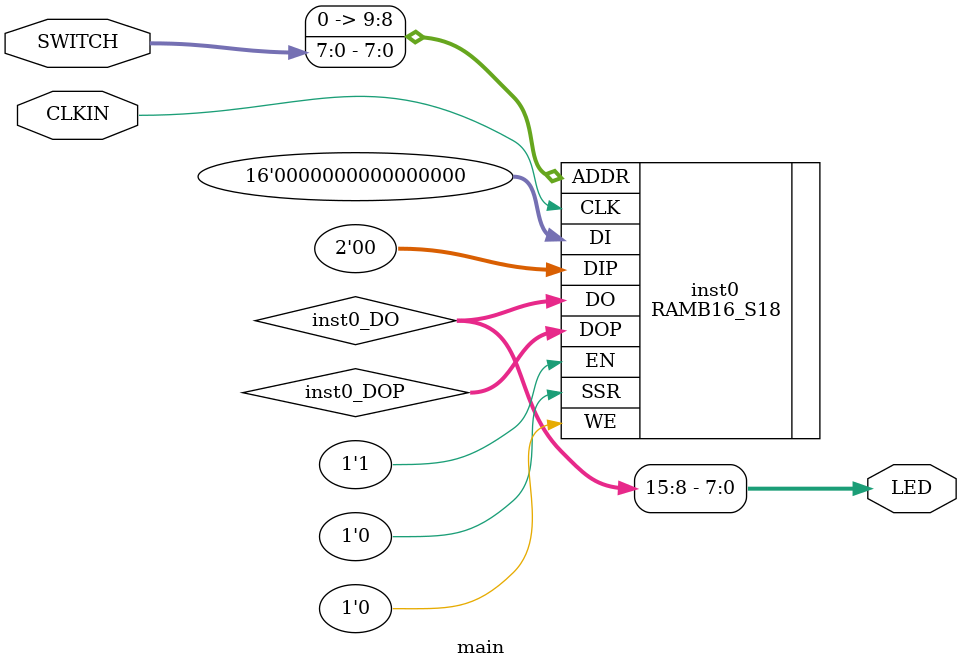
<source format=v>
module main (output [7:0] LED, input  CLKIN, input [7:0] SWITCH);
wire [15:0] inst0_DO;
wire [1:0] inst0_DOP;
RAMB16_S18 #(.INIT_39(256'h9F009E009D009C009B009A009900980097009600950094009300920091009000),
.INIT_2A(256'hAF00AE00AD00AC00AB00AA00A900A800A700A600A500A400A300A200A100A000),
.INIT_2B(256'hBF00BE00BD00BC00BB00BA00B900B800B700B600B500B400B300B200B100B000),
.INIT_2C(256'hCF00CE00CD00CC00CB00CA00C900C800C700C600C500C400C300C200C100C000),
.INIT_2D(256'hDF00DE00DD00DC00DB00DA00D900D800D700D600D500D400D300D200D100D000),
.INIT_2E(256'hEF00EE00ED00EC00EB00EA00E900E800E700E600E500E400E300E200E100E000),
.INIT_2F(256'hFF00FE00FD00FC00FB00FA00F900F800F700F600F500F400F300F200F100F000),
.INIT_0B(256'hBF00BE00BD00BC00BB00BA00B900B800B700B600B500B400B300B200B100B000),
.INIT_0C(256'hCF00CE00CD00CC00CB00CA00C900C800C700C600C500C400C300C200C100C000),
.INIT_0A(256'hAF00AE00AD00AC00AB00AA00A900A800A700A600A500A400A300A200A100A000),
.INIT_0F(256'hFF00FE00FD00FC00FB00FA00F900F800F700F600F500F400F300F200F100F000),
.INIT_0D(256'hDF00DE00DD00DC00DB00DA00D900D800D700D600D500D400D300D200D100D000),
.INIT_0E(256'hEF00EE00ED00EC00EB00EA00E900E800E700E600E500E400E300E200E100E000),
.WRITE_MODE("WRITE_FIRST"),
.INIT_15(256'h5F005E005D005C005B005A005900580057005600550054005300520051005000),
.INIT_14(256'h4F004E004D004C004B004A004900480047004600450044004300420041004000),
.INIT_17(256'h7F007E007D007C007B007A007900780077007600750074007300720071007000),
.INIT_16(256'h6F006E006D006C006B006A006900680067006600650064006300620061006000),
.INIT_11(256'h1F001E001D001C001B001A001900180017001600150014001300120011001000),
.INIT_10(256'h0F000E000D000C000B000A000900080007000600050004000300020001000000),
.INIT_13(256'h3F003E003D003C003B003A003900380037003600350034003300320031003000),
.INIT_12(256'h2F002E002D002C002B002A002900280027002600250024002300220021002000),
.INIT_19(256'h9F009E009D009C009B009A009900980097009600950094009300920091009000),
.INIT_18(256'h8F008E008D008C008B008A008900880087008600850084008300820081008000),
.INIT(16'h0000),
.INIT_38(256'h8F008E008D008C008B008A008900880087008600850084008300820081008000),
.INIT_33(256'h3F003E003D003C003B003A003900380037003600350034003300320031003000),
.INIT_32(256'h2F002E002D002C002B002A002900280027002600250024002300220021002000),
.INIT_31(256'h1F001E001D001C001B001A001900180017001600150014001300120011001000),
.INIT_30(256'h0F000E000D000C000B000A000900080007000600050004000300020001000000),
.INIT_37(256'h7F007E007D007C007B007A007900780077007600750074007300720071007000),
.INIT_36(256'h6F006E006D006C006B006A006900680067006600650064006300620061006000),
.INIT_35(256'h5F005E005D005C005B005A005900580057005600550054005300520051005000),
.INIT_34(256'h4F004E004D004C004B004A004900480047004600450044004300420041004000),
.SRVAL(16'h0000),
.INIT_3C(256'hCF00CE00CD00CC00CB00CA00C900C800C700C600C500C400C300C200C100C000),
.INIT_3B(256'hBF00BE00BD00BC00BB00BA00B900B800B700B600B500B400B300B200B100B000),
.INIT_3A(256'hAF00AE00AD00AC00AB00AA00A900A800A700A600A500A400A300A200A100A000),
.INIT_3F(256'hFF00FE00FD00FC00FB00FA00F900F800F700F600F500F400F300F200F100F000),
.INIT_3E(256'hEF00EE00ED00EC00EB00EA00E900E800E700E600E500E400E300E200E100E000),
.INIT_3D(256'hDF00DE00DD00DC00DB00DA00D900D800D700D600D500D400D300D200D100D000),
.INIT_1E(256'hEF00EE00ED00EC00EB00EA00E900E800E700E600E500E400E300E200E100E000),
.INIT_1D(256'hDF00DE00DD00DC00DB00DA00D900D800D700D600D500D400D300D200D100D000),
.INIT_1F(256'hFF00FE00FD00FC00FB00FA00F900F800F700F600F500F400F300F200F100F000),
.INIT_1A(256'hAF00AE00AD00AC00AB00AA00A900A800A700A600A500A400A300A200A100A000),
.INIT_1C(256'hCF00CE00CD00CC00CB00CA00C900C800C700C600C500C400C300C200C100C000),
.INIT_1B(256'hBF00BE00BD00BC00BB00BA00B900B800B700B600B500B400B300B200B100B000),
.INIT_02(256'h2F002E002D002C002B002A002900280027002600250024002300220021002000),
.INIT_03(256'h3F003E003D003C003B003A003900380037003600350034003300320031003000),
.INIT_00(256'h0F000E000D000C000B000A000900080007000600050004000300020001000000),
.INIT_01(256'h1F001E001D001C001B001A001900180017001600150014001300120011001000),
.INIT_06(256'h6F006E006D006C006B006A006900680067006600650064006300620061006000),
.INIT_07(256'h7F007E007D007C007B007A007900780077007600750074007300720071007000),
.INIT_04(256'h4F004E004D004C004B004A004900480047004600450044004300420041004000),
.INIT_05(256'h5F005E005D005C005B005A005900580057005600550054005300520051005000),
.INIT_08(256'h8F008E008D008C008B008A008900880087008600850084008300820081008000),
.INIT_09(256'h9F009E009D009C009B009A009900980097009600950094009300920091009000),
.INIT_28(256'h8F008E008D008C008B008A008900880087008600850084008300820081008000),
.INIT_29(256'h9F009E009D009C009B009A009900980097009600950094009300920091009000),
.INIT_20(256'h0F000E000D000C000B000A000900080007000600050004000300020001000000),
.INIT_21(256'h1F001E001D001C001B001A001900180017001600150014001300120011001000),
.INIT_22(256'h2F002E002D002C002B002A002900280027002600250024002300220021002000),
.INIT_23(256'h3F003E003D003C003B003A003900380037003600350034003300320031003000),
.INIT_24(256'h4F004E004D004C004B004A004900480047004600450044004300420041004000),
.INIT_25(256'h5F005E005D005C005B005A005900580057005600550054005300520051005000),
.INIT_26(256'h6F006E006D006C006B006A006900680067006600650064006300620061006000),
.INIT_27(256'h7F007E007D007C007B007A007900780077007600750074007300720071007000)) inst0 (.DI({1'b0,1'b0,1'b0,1'b0,1'b0,1'b0,1'b0,1'b0,1'b0,1'b0,1'b0,1'b0,1'b0,1'b0,1'b0,1'b0}), .DIP({1'b0,1'b0}), .DO(inst0_DO), .DOP(inst0_DOP), .ADDR({1'b0,1'b0,SWITCH[7],SWITCH[6],SWITCH[5],SWITCH[4],SWITCH[3],SWITCH[2],SWITCH[1],SWITCH[0]}), .CLK(CLKIN), .EN(1'b1), .SSR(1'b0), .WE(1'b0));
assign LED = {inst0_DO[15],inst0_DO[14],inst0_DO[13],inst0_DO[12],inst0_DO[11],inst0_DO[10],inst0_DO[9],inst0_DO[8]};
endmodule


</source>
